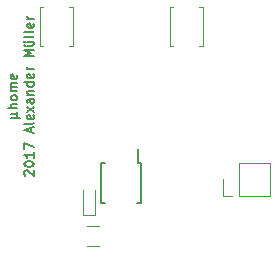
<source format=gto>
G04 #@! TF.FileFunction,Legend,Top*
%FSLAX46Y46*%
G04 Gerber Fmt 4.6, Leading zero omitted, Abs format (unit mm)*
G04 Created by KiCad (PCBNEW 4.0.6-e0-6349~52~ubuntu16.10.1) date Thu Nov 30 13:26:54 2017*
%MOMM*%
%LPD*%
G01*
G04 APERTURE LIST*
%ADD10C,0.100000*%
%ADD11C,0.200000*%
%ADD12C,0.120000*%
%ADD13C,0.150000*%
G04 APERTURE END LIST*
D10*
D11*
X155668771Y-138775212D02*
X156468771Y-138775212D01*
X156087819Y-138394259D02*
X156164010Y-138356164D01*
X156202105Y-138279974D01*
X156087819Y-138775212D02*
X156164010Y-138737117D01*
X156202105Y-138660926D01*
X156202105Y-138508545D01*
X156164010Y-138432355D01*
X156087819Y-138394259D01*
X155668771Y-138394259D01*
X156202105Y-137937117D02*
X155402105Y-137937117D01*
X156202105Y-137594260D02*
X155783057Y-137594260D01*
X155706867Y-137632355D01*
X155668771Y-137708545D01*
X155668771Y-137822831D01*
X155706867Y-137899022D01*
X155744962Y-137937117D01*
X156202105Y-137099021D02*
X156164010Y-137175212D01*
X156125914Y-137213307D01*
X156049724Y-137251402D01*
X155821152Y-137251402D01*
X155744962Y-137213307D01*
X155706867Y-137175212D01*
X155668771Y-137099021D01*
X155668771Y-136984735D01*
X155706867Y-136908545D01*
X155744962Y-136870450D01*
X155821152Y-136832354D01*
X156049724Y-136832354D01*
X156125914Y-136870450D01*
X156164010Y-136908545D01*
X156202105Y-136984735D01*
X156202105Y-137099021D01*
X156202105Y-136489497D02*
X155668771Y-136489497D01*
X155744962Y-136489497D02*
X155706867Y-136451402D01*
X155668771Y-136375211D01*
X155668771Y-136260925D01*
X155706867Y-136184735D01*
X155783057Y-136146640D01*
X156202105Y-136146640D01*
X155783057Y-136146640D02*
X155706867Y-136108544D01*
X155668771Y-136032354D01*
X155668771Y-135918068D01*
X155706867Y-135841878D01*
X155783057Y-135803783D01*
X156202105Y-135803783D01*
X156164010Y-135118068D02*
X156202105Y-135194258D01*
X156202105Y-135346639D01*
X156164010Y-135422830D01*
X156087819Y-135460925D01*
X155783057Y-135460925D01*
X155706867Y-135422830D01*
X155668771Y-135346639D01*
X155668771Y-135194258D01*
X155706867Y-135118068D01*
X155783057Y-135079973D01*
X155859248Y-135079973D01*
X155935438Y-135460925D01*
X156878295Y-143651403D02*
X156840200Y-143613308D01*
X156802105Y-143537117D01*
X156802105Y-143346641D01*
X156840200Y-143270451D01*
X156878295Y-143232355D01*
X156954486Y-143194260D01*
X157030676Y-143194260D01*
X157144962Y-143232355D01*
X157602105Y-143689498D01*
X157602105Y-143194260D01*
X156802105Y-142699022D02*
X156802105Y-142622831D01*
X156840200Y-142546641D01*
X156878295Y-142508546D01*
X156954486Y-142470450D01*
X157106867Y-142432355D01*
X157297343Y-142432355D01*
X157449724Y-142470450D01*
X157525914Y-142508546D01*
X157564010Y-142546641D01*
X157602105Y-142622831D01*
X157602105Y-142699022D01*
X157564010Y-142775212D01*
X157525914Y-142813308D01*
X157449724Y-142851403D01*
X157297343Y-142889498D01*
X157106867Y-142889498D01*
X156954486Y-142851403D01*
X156878295Y-142813308D01*
X156840200Y-142775212D01*
X156802105Y-142699022D01*
X157602105Y-141670450D02*
X157602105Y-142127593D01*
X157602105Y-141899022D02*
X156802105Y-141899022D01*
X156916390Y-141975212D01*
X156992581Y-142051403D01*
X157030676Y-142127593D01*
X156802105Y-141403783D02*
X156802105Y-140870450D01*
X157602105Y-141213307D01*
X157373533Y-139994259D02*
X157373533Y-139613307D01*
X157602105Y-140070450D02*
X156802105Y-139803783D01*
X157602105Y-139537116D01*
X157602105Y-139156164D02*
X157564010Y-139232355D01*
X157487819Y-139270450D01*
X156802105Y-139270450D01*
X157564010Y-138546640D02*
X157602105Y-138622830D01*
X157602105Y-138775211D01*
X157564010Y-138851402D01*
X157487819Y-138889497D01*
X157183057Y-138889497D01*
X157106867Y-138851402D01*
X157068771Y-138775211D01*
X157068771Y-138622830D01*
X157106867Y-138546640D01*
X157183057Y-138508545D01*
X157259248Y-138508545D01*
X157335438Y-138889497D01*
X157602105Y-138241878D02*
X157068771Y-137822831D01*
X157068771Y-138241878D02*
X157602105Y-137822831D01*
X157602105Y-137175212D02*
X157183057Y-137175212D01*
X157106867Y-137213307D01*
X157068771Y-137289497D01*
X157068771Y-137441878D01*
X157106867Y-137518069D01*
X157564010Y-137175212D02*
X157602105Y-137251402D01*
X157602105Y-137441878D01*
X157564010Y-137518069D01*
X157487819Y-137556164D01*
X157411629Y-137556164D01*
X157335438Y-137518069D01*
X157297343Y-137441878D01*
X157297343Y-137251402D01*
X157259248Y-137175212D01*
X157068771Y-136794259D02*
X157602105Y-136794259D01*
X157144962Y-136794259D02*
X157106867Y-136756164D01*
X157068771Y-136679973D01*
X157068771Y-136565687D01*
X157106867Y-136489497D01*
X157183057Y-136451402D01*
X157602105Y-136451402D01*
X157602105Y-135727592D02*
X156802105Y-135727592D01*
X157564010Y-135727592D02*
X157602105Y-135803782D01*
X157602105Y-135956163D01*
X157564010Y-136032354D01*
X157525914Y-136070449D01*
X157449724Y-136108544D01*
X157221152Y-136108544D01*
X157144962Y-136070449D01*
X157106867Y-136032354D01*
X157068771Y-135956163D01*
X157068771Y-135803782D01*
X157106867Y-135727592D01*
X157564010Y-135041877D02*
X157602105Y-135118067D01*
X157602105Y-135270448D01*
X157564010Y-135346639D01*
X157487819Y-135384734D01*
X157183057Y-135384734D01*
X157106867Y-135346639D01*
X157068771Y-135270448D01*
X157068771Y-135118067D01*
X157106867Y-135041877D01*
X157183057Y-135003782D01*
X157259248Y-135003782D01*
X157335438Y-135384734D01*
X157602105Y-134660925D02*
X157068771Y-134660925D01*
X157221152Y-134660925D02*
X157144962Y-134622830D01*
X157106867Y-134584734D01*
X157068771Y-134508544D01*
X157068771Y-134432353D01*
X157602105Y-133556163D02*
X156802105Y-133556163D01*
X157373533Y-133289496D01*
X156802105Y-133022829D01*
X157602105Y-133022829D01*
X157068771Y-132299020D02*
X157602105Y-132299020D01*
X157068771Y-132641877D02*
X157487819Y-132641877D01*
X157564010Y-132603782D01*
X157602105Y-132527591D01*
X157602105Y-132413305D01*
X157564010Y-132337115D01*
X157525914Y-132299020D01*
X156802105Y-132603782D02*
X156840200Y-132565686D01*
X156878295Y-132603782D01*
X156840200Y-132641877D01*
X156802105Y-132603782D01*
X156878295Y-132603782D01*
X156802105Y-132299020D02*
X156840200Y-132260924D01*
X156878295Y-132299020D01*
X156840200Y-132337115D01*
X156802105Y-132299020D01*
X156878295Y-132299020D01*
X157602105Y-131803781D02*
X157564010Y-131879972D01*
X157487819Y-131918067D01*
X156802105Y-131918067D01*
X157602105Y-131384733D02*
X157564010Y-131460924D01*
X157487819Y-131499019D01*
X156802105Y-131499019D01*
X157564010Y-130775209D02*
X157602105Y-130851399D01*
X157602105Y-131003780D01*
X157564010Y-131079971D01*
X157487819Y-131118066D01*
X157183057Y-131118066D01*
X157106867Y-131079971D01*
X157068771Y-131003780D01*
X157068771Y-130851399D01*
X157106867Y-130775209D01*
X157183057Y-130737114D01*
X157259248Y-130737114D01*
X157335438Y-131118066D01*
X157602105Y-130394257D02*
X157068771Y-130394257D01*
X157221152Y-130394257D02*
X157144962Y-130356162D01*
X157106867Y-130318066D01*
X157068771Y-130241876D01*
X157068771Y-130165685D01*
D12*
X171600000Y-132650000D02*
X171900000Y-132650000D01*
X171900000Y-132650000D02*
X171900000Y-129350000D01*
X171900000Y-129350000D02*
X171600000Y-129350000D01*
X169400000Y-132650000D02*
X169100000Y-132650000D01*
X169100000Y-132650000D02*
X169100000Y-129350000D01*
X169100000Y-129350000D02*
X169400000Y-129350000D01*
X161806000Y-147007200D02*
X162806000Y-147007200D01*
X162806000Y-147007200D02*
X162806000Y-144907200D01*
X161806000Y-147007200D02*
X161806000Y-144907200D01*
X162123500Y-149630500D02*
X163123500Y-149630500D01*
X163123500Y-147930500D02*
X162123500Y-147930500D01*
X174980600Y-145357200D02*
X177640600Y-145357200D01*
X177640600Y-145357200D02*
X177640600Y-142577200D01*
X177640600Y-142577200D02*
X174980600Y-142577200D01*
X174980600Y-142577200D02*
X174980600Y-145357200D01*
X174345600Y-145357200D02*
X173590600Y-145357200D01*
X173590600Y-145357200D02*
X173590600Y-143967200D01*
D13*
X166648000Y-142619500D02*
X166423000Y-142619500D01*
X166648000Y-145969500D02*
X166348000Y-145969500D01*
X163298000Y-145969500D02*
X163598000Y-145969500D01*
X163298000Y-142619500D02*
X163598000Y-142619500D01*
X166648000Y-142619500D02*
X166648000Y-145969500D01*
X163298000Y-142619500D02*
X163298000Y-145969500D01*
X166423000Y-142619500D02*
X166423000Y-141394500D01*
D12*
X160586600Y-132650000D02*
X160886600Y-132650000D01*
X160886600Y-132650000D02*
X160886600Y-129350000D01*
X160886600Y-129350000D02*
X160586600Y-129350000D01*
X158386600Y-132650000D02*
X158086600Y-132650000D01*
X158086600Y-132650000D02*
X158086600Y-129350000D01*
X158086600Y-129350000D02*
X158386600Y-129350000D01*
M02*

</source>
